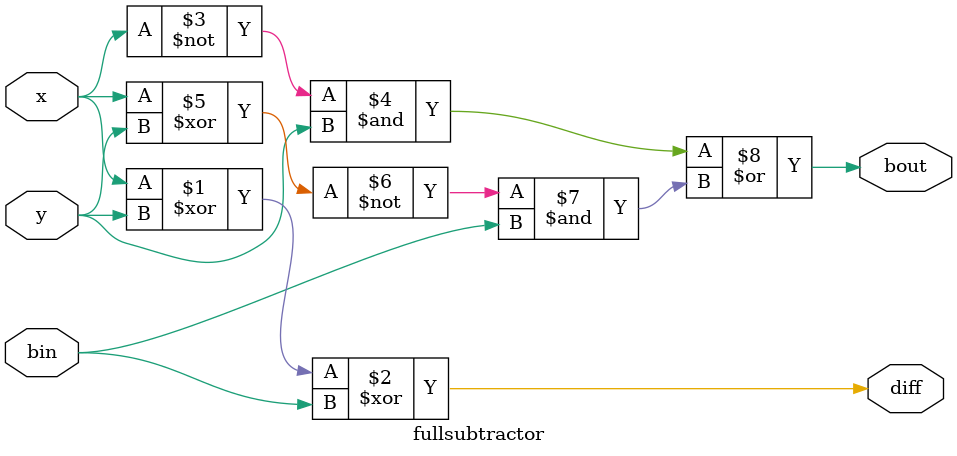
<source format=v>
`timescale 1ns / 1ps
module fullsubtractor(x,y,bin,bout,diff);
input x,y,bin;
output bout,diff;

assign diff = x^y^bin;
assign bout = (~x&y)|(~(x^y)& bin);
endmodule

//using behavioral modelling


</source>
